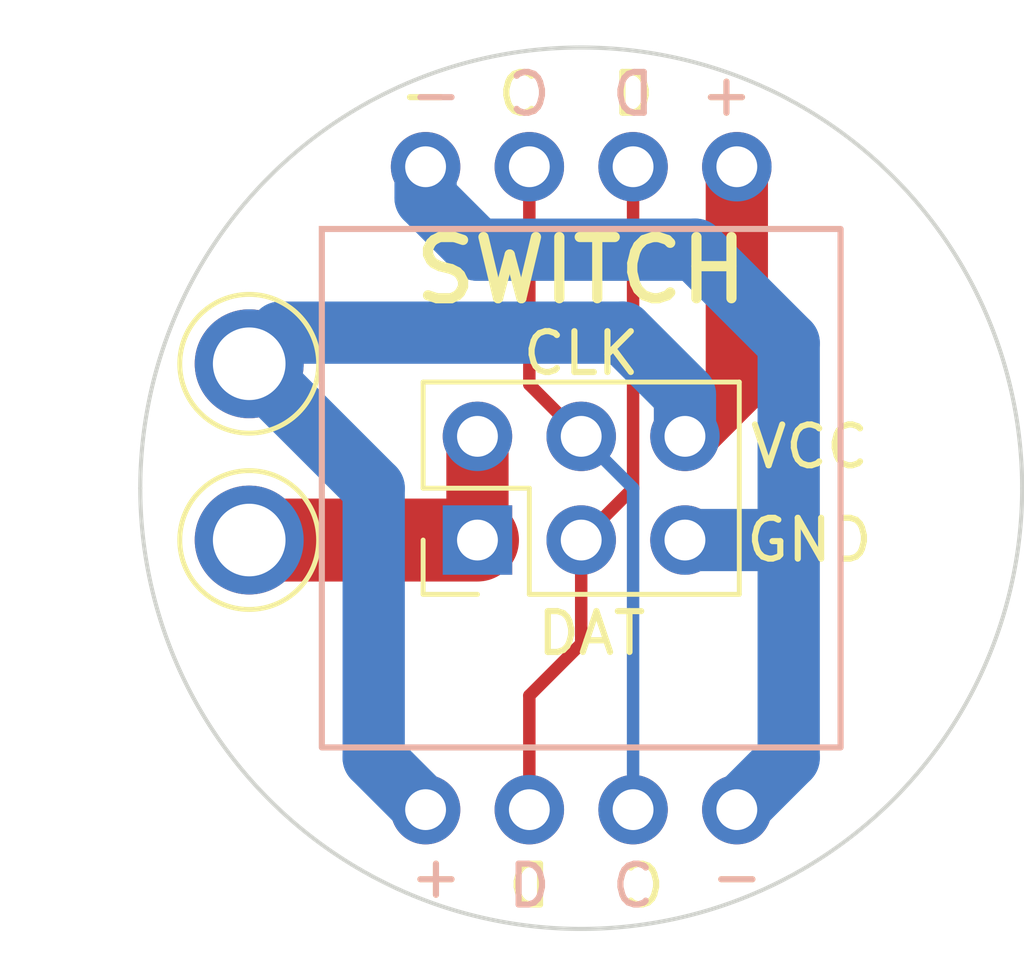
<source format=kicad_pcb>
(kicad_pcb (version 20211014) (generator pcbnew)
  (layers (0 "F.Cu" signal) (31 "B.Cu" signal) (34 "B.Paste" user) (35 "F.Paste" user) (36 "B.SilkS" user "B.Silkscreen") (37 "F.SilkS" user "F.Silkscreen") (38 "B.Mask" user) (39 "F.Mask" user) (44 "Edge.Cuts" user))
  (net 0 "")
  (net 1 "/GND")
  (net 2 "/VCC")
  (net 3 "/DAT")
  (net 4 "/CLK")
  (net 5 "/VBAT")
  (footprint "Connector_PinHeader_2.54mm:PinHeader_2x03_P2.54mm_Vertical" (layer "F.Cu") (at 124.46 128.27 90)
    (fp_text reference "J5" hide)
    (fp_text value "Conn_02x03_Counter_Clockwise")
    (fp_line (start -1.33 0) (end -1.33 -1.33) (layer "F.SilkS") (width 0.12))
    (fp_line (start -1.33 1.27) (end -1.33 6.41) (layer "F.SilkS") (width 0.12))
    (fp_line (start 3.87 -1.33) (end 3.87 6.41) (layer "F.SilkS") (width 0.12))
    (fp_line (start 1.27 1.27) (end 1.27 -1.33) (layer "F.SilkS") (width 0.12))
    (fp_line (start -1.33 6.41) (end 3.87 6.41) (layer "F.SilkS") (width 0.12))
    (fp_line (start -1.33 -1.33) (end 0 -1.33) (layer "F.SilkS") (width 0.12))
    (fp_line (start -1.33 1.27) (end 1.27 1.27) (layer "F.SilkS") (width 0.12))
    (fp_line (start 1.27 -1.33) (end 3.87 -1.33) (layer "F.SilkS") (width 0.12))
    (pad "1" thru_hole rect (at 0 0 90) (size 1.7 1.7) (drill 1) (layers *.Cu *.Mask) (net 5 "/VBAT"))
    (pad "2" thru_hole oval (at 2.54 0 90) (size 1.7 1.7) (drill 1) (layers *.Cu *.Mask) (net 5 "/VBAT"))
    (pad "3" thru_hole oval (at 0 2.54 90) (size 1.7 1.7) (drill 1) (layers *.Cu *.Mask) (net 3 "/DAT"))
    (pad "4" thru_hole oval (at 2.54 2.54 90) (size 1.7 1.7) (drill 1) (layers *.Cu *.Mask) (net 4 "/CLK"))
    (pad "5" thru_hole oval (at 0 5.08 90) (size 1.7 1.7) (drill 1) (layers *.Cu *.Mask) (net 1 "/GND"))
    (pad "6" thru_hole oval (at 2.54 5.08 90) (size 1.7 1.7) (drill 1) (layers *.Cu *.Mask) (net 2 "/VCC"))
  )
  (footprint "TestPoint:TestPoint_Plated_Hole_D2.0mm" (layer "F.Cu") (at 118.872 128.27)
    (fp_text reference "J4" hide)
    (fp_text value "Wire solder pad")
    (fp_circle (center 0 0) (end 0 -1.7) (layer "F.SilkS") (width 0.12) (fill none))
    (pad "1" thru_hole circle (at 0 0) (size 2.667 2.667) (drill 1.778) (layers *.Cu *.Mask) (net 5 "/VBAT"))
  )
  (footprint "TestPoint:TestPoint_Plated_Hole_D2.0mm" (layer "F.Cu") (at 118.872 123.952)
    (fp_text reference "J3" hide)
    (fp_text value "Wire solder pad")
    (fp_circle (center 0 0) (end 0 -1.7) (layer "F.SilkS") (width 0.12) (fill none))
    (pad "1" thru_hole circle (at 0 0) (size 2.667 2.667) (drill 1.778) (layers *.Cu *.Mask) (net 2 "/VCC"))
  )
  (footprint "Shurik:connector-4p-generic-nosilk" (layer "F.Cu") (at 123.19 134.874 90)
    (fp_text reference "J2" hide)
    (fp_text value "LED conn")
    (pad "1" thru_hole circle (at 0 0 90) (size 1.7 1.7) (drill 1) (layers *.Cu *.Mask) (net 2 "/VCC"))
    (pad "2" thru_hole oval (at 0 2.54 90) (size 1.7 1.7) (drill 1) (layers *.Cu *.Mask) (net 3 "/DAT"))
    (pad "3" thru_hole oval (at 0 5.08 90) (size 1.7 1.7) (drill 1) (layers *.Cu *.Mask) (net 4 "/CLK"))
    (pad "4" thru_hole oval (at 0 7.62 90) (size 1.7 1.7) (drill 1) (layers *.Cu *.Mask) (net 1 "/GND"))
  )
  (footprint "Shurik:connector-4p-generic-nosilk" (layer "F.Cu") (at 130.81 119.126 -90)
    (fp_text reference "J1" hide)
    (fp_text value "LED conn")
    (pad "1" thru_hole circle (at 0 0 270) (size 1.7 1.7) (drill 1) (layers *.Cu *.Mask) (net 2 "/VCC"))
    (pad "2" thru_hole oval (at 0 2.54 270) (size 1.7 1.7) (drill 1) (layers *.Cu *.Mask) (net 3 "/DAT"))
    (pad "3" thru_hole oval (at 0 5.08 270) (size 1.7 1.7) (drill 1) (layers *.Cu *.Mask) (net 4 "/CLK"))
    (pad "4" thru_hole oval (at 0 7.62 270) (size 1.7 1.7) (drill 1) (layers *.Cu *.Mask) (net 1 "/GND"))
  )
  (gr_rect (start 120.65 120.65) (end 133.35 133.35) (layer "B.SilkS") (width 0.15) (fill none))
  (gr_arc (start 137.795 127) (mid 127 137.795) (end 116.205 127) (layer "Edge.Cuts") (width 0.1))
  (gr_arc (start 116.205 127) (mid 127 116.205) (end 137.795 127) (layer "Edge.Cuts") (width 0.1))
  (gr_text "C" (at 125.73 117.348) (layer "B.SilkS") (effects (font (size 1 1)) (justify mirror)))
  (gr_text "+" (at 123.444 136.652 180) (layer "B.SilkS") (effects (font (size 1 1)) (justify mirror)))
  (gr_text "+" (at 130.556 117.348) (layer "B.SilkS") (effects (font (size 1 1)) (justify mirror)))
  (gr_text "-" (at 123.444 117.348) (layer "B.SilkS") (effects (font (size 1 1)) (justify mirror)))
  (gr_text "D" (at 128.27 117.348) (layer "B.SilkS") (effects (font (size 1 1)) (justify mirror)))
  (gr_text "C" (at 128.27 136.652 180) (layer "B.SilkS") (effects (font (size 1 1)) (justify mirror)))
  (gr_text "-" (at 130.81 136.652 180) (layer "B.SilkS") (effects (font (size 1 1)) (justify mirror)))
  (gr_text "D" (at 125.73 136.652 180) (layer "B.SilkS") (effects (font (size 1 1)) (justify mirror)))
  (gr_text "-" (at 123.19 117.348) (layer "F.SilkS") (effects (font (size 1 1))))
  (gr_text "-" (at 130.81 136.652 -180) (layer "F.SilkS") (effects (font (size 1 1))))
  (gr_text "SWITCH" (at 127 121.666) (layer "F.SilkS") (effects (font (size 1.5 1.5) (thickness 0.25))))
  (gr_text "CLK" (at 127 123.698) (layer "F.SilkS") (effects (font (size 1 1))))
  (gr_text "+" (at 130.556 117.348) (layer "F.SilkS") (effects (font (size 1 1))))
  (gr_text "D" (at 128.27 117.348) (layer "F.SilkS") (effects (font (size 1 1))))
  (gr_text "GND" (at 132.588 128.27) (layer "F.SilkS") (effects (font (size 1 1))))
  (gr_text "DAT" (at 127.254 130.556) (layer "F.SilkS") (effects (font (size 1 1))))
  (gr_text "C" (at 128.524 136.652 -180) (layer "F.SilkS") (effects (font (size 1 1))))
  (gr_text "C" (at 125.476 117.348) (layer "F.SilkS") (effects (font (size 1 1))))
  (gr_text "VCC" (at 132.588 125.984) (layer "F.SilkS") (effects (font (size 1 1))))
  (gr_text "+" (at 123.444 136.652 -180) (layer "F.SilkS") (effects (font (size 1 1))))
  (gr_text "D" (at 125.73 136.652 -180) (layer "F.SilkS") (effects (font (size 1 1))))
  (segment (start 132.08 123.444) (end 132.08 128.524) (width 1.524) (layer "B.Cu") (net 1))
  (segment (start 123.19 119.126) (end 123.19 119.888) (width 1.524) (layer "B.Cu") (net 1))
  (segment (start 129.794 121.158) (end 132.08 123.444) (width 1.524) (layer "B.Cu") (net 1))
  (segment (start 124.46 121.158) (end 129.794 121.158) (width 1.524) (layer "B.Cu") (net 1))
  (segment (start 131.826 128.27) (end 132.08 128.524) (width 1.524) (layer "B.Cu") (net 1))
  (segment (start 123.19 119.888) (end 124.46 121.158) (width 1.524) (layer "B.Cu") (net 1))
  (segment (start 132.08 133.604) (end 130.81 134.874) (width 1.524) (layer "B.Cu") (net 1))
  (segment (start 129.54 128.27) (end 131.826 128.27) (width 1.524) (layer "B.Cu") (net 1))
  (segment (start 132.08 128.524) (end 132.08 133.604) (width 1.524) (layer "B.Cu") (net 1))
  (segment (start 130.81 124.46) (end 129.54 125.73) (width 1.524) (layer "F.Cu") (net 2))
  (segment (start 130.81 119.126) (end 130.81 124.46) (width 1.524) (layer "F.Cu") (net 2))
  (segment (start 128.016 123.19) (end 129.54 124.714) (width 1.524) (layer "B.Cu") (net 2))
  (segment (start 129.54 124.714) (end 129.54 125.73) (width 1.524) (layer "B.Cu") (net 2))
  (segment (start 123.19 134.874) (end 121.92 133.604) (width 1.524) (layer "B.Cu") (net 2))
  (segment (start 121.92 133.604) (end 121.92 127) (width 1.524) (layer "B.Cu") (net 2))
  (segment (start 119.634 123.19) (end 128.016 123.19) (width 1.524) (layer "B.Cu") (net 2))
  (segment (start 121.92 127) (end 118.872 123.952) (width 1.524) (layer "B.Cu") (net 2))
  (segment (start 118.872 123.952) (end 119.634 123.19) (width 1.524) (layer "B.Cu") (net 2))
  (segment (start 127 128.27) (end 127 130.81) (width 0.3048) (layer "F.Cu") (net 3))
  (segment (start 128.27 119.126) (end 128.27 127) (width 0.3048) (layer "F.Cu") (net 3))
  (segment (start 128.27 127) (end 127 128.27) (width 0.3048) (layer "F.Cu") (net 3))
  (segment (start 125.73 132.08) (end 125.73 134.874) (width 0.3048) (layer "F.Cu") (net 3))
  (segment (start 127 130.81) (end 125.73 132.08) (width 0.3048) (layer "F.Cu") (net 3))
  (segment (start 125.73 119.126) (end 125.73 124.46) (width 0.3048) (layer "F.Cu") (net 4))
  (segment (start 125.73 124.46) (end 127 125.73) (width 0.3048) (layer "F.Cu") (net 4))
  (segment (start 127 125.73) (end 128.27 127) (width 0.3048) (layer "B.Cu") (net 4))
  (segment (start 128.27 127) (end 128.27 134.874) (width 0.3048) (layer "B.Cu") (net 4))
  (segment (start 124.46 125.73) (end 124.46 128.27) (width 1.524) (layer "F.Cu") (net 5))
  (segment (start 124.46 128.27) (end 118.872 128.27) (width 2.032) (layer "F.Cu") (net 5))
)
</source>
